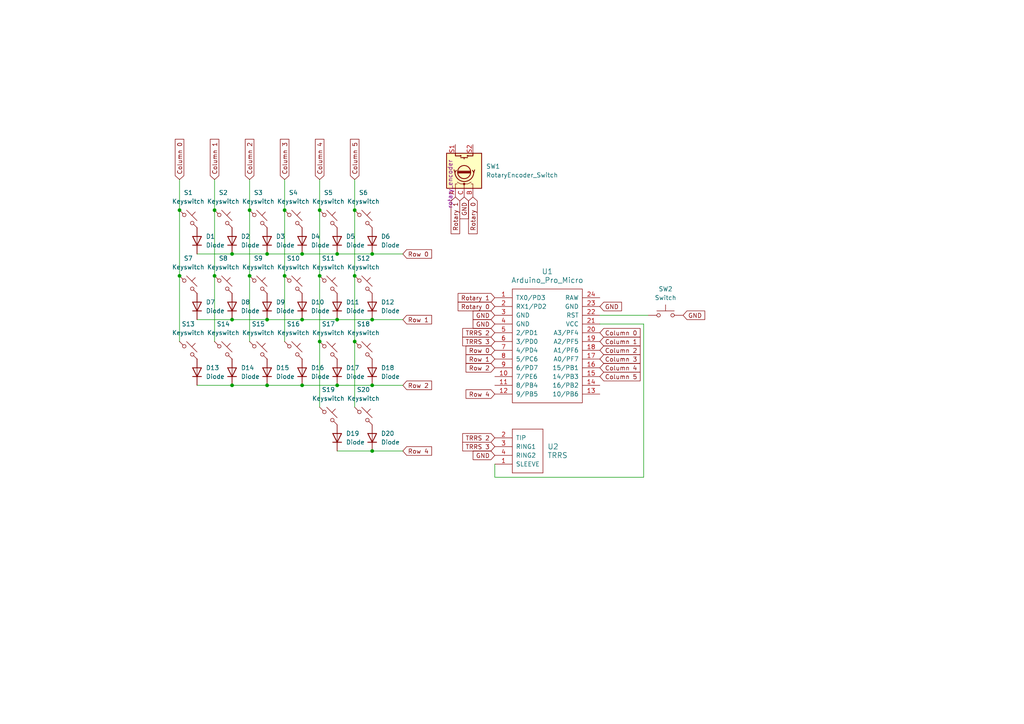
<source format=kicad_sch>
(kicad_sch (version 20250114) (generator "eeschema") (generator_version "9.0")
  (paper "A4")
  (lib_symbols
    (symbol "Device:RotaryEncoder_Switch" (pin_names (offset 0.254) (hide yes))
      (property "Reference" "SW" (at 0 6.604 0))
      (property "Value" "RotaryEncoder_Switch" (at 0 -6.604 0))
      (symbol "RotaryEncoder_Switch_0_1"
        (rectangle (start -5.08 5.08) (end 5.08 -5.08) (stroke (width 0.254)) (fill (type background)))
        (polyline (pts (xy -5.08 2.54) (xy -3.81 2.54) (xy -3.81 2.032)))
        (polyline (pts (xy -5.08 0) (xy -3.81 0) (xy -3.81 -1.016) (xy -3.302 -2.032)))
        (polyline (pts (xy -5.08 -2.54) (xy -3.81 -2.54) (xy -3.81 -2.032)))
        (polyline (pts (xy -4.318 0) (xy -3.81 0) (xy -3.81 1.016) (xy -3.302 2.032)))
        (circle (center -3.81 0) (radius 0.254) (fill (type outline)))
        (polyline (pts (xy -0.635 -1.778) (xy -0.635 1.778)) (stroke (width 0.254)))
        (circle (center -0.381 0) (radius 1.905) (stroke (width 0.254)))
        (polyline (pts (xy -0.381 -1.778) (xy -0.381 1.778)) (stroke (width 0.254)))
        (arc (start -0.381 -2.794) (mid -3.0988 -0.0635) (end -0.381 2.667) (stroke (width 0.254)))
        (polyline (pts (xy -0.127 1.778) (xy -0.127 -1.778)) (stroke (width 0.254)))
        (polyline (pts (xy 0.254 2.921) (xy -0.508 2.667) (xy 0.127 2.286)) (stroke (width 0.254)))
        (polyline (pts (xy 0.254 -3.048) (xy -0.508 -2.794) (xy 0.127 -2.413)) (stroke (width 0.254)))
        (polyline (pts (xy 3.81 1.016) (xy 3.81 -1.016)) (stroke (width 0.254)))
        (polyline (pts (xy 3.81 0) (xy 3.429 0)) (stroke (width 0.254)))
        (circle (center 4.318 1.016) (radius 0.127) (stroke (width 0.254)))
        (circle (center 4.318 -1.016) (radius 0.127) (stroke (width 0.254)))
        (polyline (pts (xy 5.08 2.54) (xy 4.318 2.54) (xy 4.318 1.016)) (stroke (width 0.254)))
        (polyline (pts (xy 5.08 -2.54) (xy 4.318 -2.54) (xy 4.318 -1.016)) (stroke (width 0.254)))
      )
      (symbol "RotaryEncoder_Switch_1_1"
        (pin passive line (at -7.62 2.54 0) (length 2.54) (name "A") (number "A"))
        (pin passive line (at -7.62 0 0) (length 2.54) (name "C") (number "C"))
        (pin passive line (at -7.62 -2.54 0) (length 2.54) (name "B") (number "B"))
        (pin passive line (at 7.62 2.54 180) (length 2.54) (name "S1") (number "S1"))
        (pin passive line (at 7.62 -2.54 180) (length 2.54) (name "S2") (number "S2"))
      )
    )
    (symbol "SCOTTOKEEBS_KICAD:MCU_Arduino_Pro_Micro" (pin_names (offset 1.016))
      (property "Reference" "U" (at 0 0 0))
      (property "Value" "Arduino_Pro_Micro" (at 0 -19.05 0))
      (symbol "MCU_Arduino_Pro_Micro_0_1"
        (rectangle (start -10.16 16.51) (end 10.16 -16.51))
      )
      (symbol "MCU_Arduino_Pro_Micro_1_1"
        (pin input line (at -15.24 13.97 0) (length 5.08) (name "TX0/PD3") (number "1"))
        (pin input line (at -15.24 11.43 0) (length 5.08) (name "RX1/PD2") (number "2"))
        (pin input line (at -15.24 8.89 0) (length 5.08) (name "GND") (number "3"))
        (pin input line (at -15.24 6.35 0) (length 5.08) (name "GND") (number "4"))
        (pin input line (at -15.24 3.81 0) (length 5.08) (name "2/PD1") (number "5"))
        (pin input line (at -15.24 1.27 0) (length 5.08) (name "3/PD0") (number "6"))
        (pin input line (at -15.24 -1.27 0) (length 5.08) (name "4/PD4") (number "7"))
        (pin input line (at -15.24 -3.81 0) (length 5.08) (name "5/PC6") (number "8"))
        (pin input line (at -15.24 -6.35 0) (length 5.08) (name "6/PD7") (number "9"))
        (pin input line (at -15.24 -8.89 0) (length 5.08) (name "7/PE6") (number "10"))
        (pin input line (at -15.24 -11.43 0) (length 5.08) (name "8/PB4") (number "11"))
        (pin input line (at -15.24 -13.97 0) (length 5.08) (name "9/PB5") (number "12"))
        (pin input line (at 15.24 13.97 180) (length 5.08) (name "RAW") (number "24"))
        (pin input line (at 15.24 11.43 180) (length 5.08) (name "GND") (number "23"))
        (pin input line (at 15.24 8.89 180) (length 5.08) (name "RST") (number "22"))
        (pin input line (at 15.24 6.35 180) (length 5.08) (name "VCC") (number "21"))
        (pin input line (at 15.24 3.81 180) (length 5.08) (name "A3/PF4") (number "20"))
        (pin input line (at 15.24 1.27 180) (length 5.08) (name "A2/PF5") (number "19"))
        (pin input line (at 15.24 -1.27 180) (length 5.08) (name "A1/PF6") (number "18"))
        (pin input line (at 15.24 -3.81 180) (length 5.08) (name "A0/PF7") (number "17"))
        (pin input line (at 15.24 -6.35 180) (length 5.08) (name "15/PB1") (number "16"))
        (pin input line (at 15.24 -8.89 180) (length 5.08) (name "14/PB3") (number "15"))
        (pin input line (at 15.24 -11.43 180) (length 5.08) (name "16/PB2") (number "14"))
        (pin input line (at 15.24 -13.97 180) (length 5.08) (name "10/PB6") (number "13"))
      )
    )
    (symbol "SCOTTOKEEBS_KICAD:Placeholder_Diode" (pin_numbers (hide yes)) (pin_names (hide yes))
      (property "Reference" "D" (at 0 2.54 0))
      (property "Value" "Diode" (at 0 -2.54 0))
      (symbol "Placeholder_Diode_0_1"
        (polyline (pts (xy -1.27 1.27) (xy -1.27 -1.27)) (stroke (width 0.254)))
        (polyline (pts (xy 1.27 1.27) (xy 1.27 -1.27) (xy -1.27 0) (xy 1.27 1.27)) (stroke (width 0.254)))
        (polyline (pts (xy 1.27 0) (xy -1.27 0)))
      )
      (symbol "Placeholder_Diode_1_1"
        (pin passive line (at -3.81 0 0) (length 2.54) (name "K") (number "1"))
        (pin passive line (at 3.81 0 180) (length 2.54) (name "A") (number "2"))
      )
    )
    (symbol "SCOTTOKEEBS_KICAD:Placeholder_Keyswitch" (pin_numbers (hide yes)) (pin_names (offset 1.016) (hide yes))
      (property "Reference" "S" (at 3.048 1.016 0))
      (property "Value" "Keyswitch" (at 0 -3.81 0))
      (symbol "Placeholder_Keyswitch_0_1"
        (polyline (pts (xy -2.54 2.54) (xy -1.524 1.524) (xy -1.524 1.524)))
        (circle (center -1.1684 1.1684) (radius 0.508))
        (polyline (pts (xy -0.508 2.54) (xy 2.54 -0.508)))
        (polyline (pts (xy 1.016 1.016) (xy 2.032 2.032)))
        (circle (center 1.143 -1.1938) (radius 0.508))
        (polyline (pts (xy 1.524 -1.524) (xy 2.54 -2.54) (xy 2.54 -2.54) (xy 2.54 -2.54)))
        (pin passive line (at -2.54 2.54 0) (length 0) (name "1") (number "1"))
        (pin passive line (at 2.54 -2.54 180) (length 0) (name "2") (number "2"))
      )
    )
    (symbol "SCOTTOKEEBS_KICAD:Placeholder_Switch" (pin_numbers (hide yes)) (pin_names (offset 1.016) (hide yes))
      (property "Reference" "SW" (at 1.27 2.54 0))
      (property "Value" "Switch" (at 0 -1.524 0))
      (symbol "Placeholder_Switch_0_1"
        (circle (center -2.032 0) (radius 0.508))
        (polyline (pts (xy 0 1.27) (xy 0 3.048)))
        (circle (center 2.032 0) (radius 0.508))
        (polyline (pts (xy 2.54 1.27) (xy -2.54 1.27)))
        (pin passive line (at -5.08 0 0) (length 2.54) (name "1") (number "1"))
        (pin passive line (at 5.08 0 180) (length 2.54) (name "2") (number "2"))
      )
    )
    (symbol "SCOTTOKEEBS_KICAD:Placeholder_TRRS" (pin_names (offset 1.016))
      (property "Reference" "U" (at 0 15.24 0))
      (property "Value" "TRRS" (at 0 -2.54 0))
      (symbol "Placeholder_TRRS_0_1"
        (rectangle (start -3.81 12.7) (end 5.08 12.7))
        (rectangle (start -3.81 0) (end -3.81 12.7))
        (rectangle (start -3.81 0) (end 5.08 0))
        (rectangle (start 5.08 12.7) (end 5.08 0))
      )
      (symbol "Placeholder_TRRS_1_1"
        (pin input line (at -8.89 10.16 0) (length 5.08) (name "TIP") (number "2"))
        (pin input line (at -8.89 7.62 0) (length 5.08) (name "RING1") (number "3"))
        (pin input line (at -8.89 5.08 0) (length 5.08) (name "RING2") (number "4"))
        (pin input line (at -8.89 2.54 0) (length 5.08) (name "SLEEVE") (number "1"))
      )
    )
  )
  (junction (at 77.47 92.71))
  (junction (at 97.79 111.76))
  (junction (at 52.07 80.01))
  (junction (at 97.79 73.66))
  (junction (at 77.47 111.76))
  (junction (at 92.71 60.96))
  (junction (at 67.31 111.76))
  (junction (at 107.95 111.76))
  (junction (at 82.55 60.96))
  (junction (at 82.55 80.01))
  (junction (at 62.23 60.96))
  (junction (at 107.95 92.71))
  (junction (at 77.47 73.66))
  (junction (at 87.63 111.76))
  (junction (at 72.39 80.01))
  (junction (at 107.95 73.66))
  (junction (at 92.71 80.01))
  (junction (at 52.07 60.96))
  (junction (at 62.23 80.01))
  (junction (at 107.95 130.81))
  (junction (at 67.31 92.71))
  (junction (at 87.63 73.66))
  (junction (at 102.87 60.96))
  (junction (at 102.87 80.01))
  (junction (at 87.63 92.71))
  (junction (at 67.31 73.66))
  (junction (at 97.79 92.71))
  (junction (at 92.71 99.06))
  (junction (at 102.87 99.06))
  (junction (at 72.39 60.96))
  (wire (pts (xy 82.55 60.96) (xy 82.55 80.01)))
  (wire (pts (xy 102.87 99.06) (xy 102.87 118.11)))
  (wire (pts (xy 87.63 92.71) (xy 97.79 92.71)))
  (wire (pts (xy 107.95 130.81) (xy 116.84 130.81)))
  (wire (pts (xy 107.95 73.66) (xy 116.84 73.66)))
  (wire (pts (xy 173.99 91.44) (xy 187.96 91.44)))
  (wire (pts (xy 102.87 80.01) (xy 102.87 99.06)))
  (wire (pts (xy 92.71 80.01) (xy 92.71 99.06)))
  (wire (pts (xy 67.31 92.71) (xy 77.47 92.71)))
  (wire (pts (xy 186.69 138.43) (xy 186.69 93.98)))
  (wire (pts (xy 102.87 52.07) (xy 102.87 60.96)))
  (wire (pts (xy 57.15 111.76) (xy 67.31 111.76)))
  (wire (pts (xy 52.07 52.07) (xy 52.07 60.96)))
  (wire (pts (xy 92.71 60.96) (xy 92.71 80.01)))
  (wire (pts (xy 57.15 92.71) (xy 67.31 92.71)))
  (wire (pts (xy 82.55 52.07) (xy 82.55 60.96)))
  (wire (pts (xy 186.69 93.98) (xy 173.99 93.98)))
  (wire (pts (xy 102.87 60.96) (xy 102.87 80.01)))
  (wire (pts (xy 77.47 111.76) (xy 87.63 111.76)))
  (wire (pts (xy 67.31 111.76) (xy 77.47 111.76)))
  (wire (pts (xy 87.63 111.76) (xy 97.79 111.76)))
  (wire (pts (xy 107.95 92.71) (xy 116.84 92.71)))
  (wire (pts (xy 72.39 80.01) (xy 72.39 99.06)))
  (wire (pts (xy 107.95 111.76) (xy 116.84 111.76)))
  (wire (pts (xy 97.79 92.71) (xy 107.95 92.71)))
  (wire (pts (xy 67.31 73.66) (xy 77.47 73.66)))
  (wire (pts (xy 82.55 80.01) (xy 82.55 99.06)))
  (wire (pts (xy 77.47 73.66) (xy 87.63 73.66)))
  (wire (pts (xy 62.23 60.96) (xy 62.23 80.01)))
  (wire (pts (xy 143.51 138.43) (xy 186.69 138.43)))
  (wire (pts (xy 97.79 130.81) (xy 107.95 130.81)))
  (wire (pts (xy 62.23 52.07) (xy 62.23 60.96)))
  (wire (pts (xy 97.79 111.76) (xy 107.95 111.76)))
  (wire (pts (xy 92.71 52.07) (xy 92.71 60.96)))
  (wire (pts (xy 62.23 80.01) (xy 62.23 99.06)))
  (wire (pts (xy 52.07 60.96) (xy 52.07 80.01)))
  (wire (pts (xy 72.39 52.07) (xy 72.39 60.96)))
  (wire (pts (xy 97.79 73.66) (xy 107.95 73.66)))
  (wire (pts (xy 143.51 134.62) (xy 143.51 138.43)))
  (wire (pts (xy 87.63 73.66) (xy 97.79 73.66)))
  (wire (pts (xy 77.47 92.71) (xy 87.63 92.71)))
  (wire (pts (xy 92.71 99.06) (xy 92.71 118.11)))
  (wire (pts (xy 52.07 80.01) (xy 52.07 99.06)))
  (wire (pts (xy 72.39 60.96) (xy 72.39 80.01)))
  (wire (pts (xy 57.15 73.66) (xy 67.31 73.66)))
  (global_label "Row 1" (shape input) (at 116.84 92.71 0) (property "Intersheetrefs" "${INTERSHEET_REFS}" (effects (hide yes))))
  (global_label "Column 2" (shape input) (at 72.39 52.07 90) (property "Intersheetrefs" "${INTERSHEET_REFS}" (effects (hide yes))))
  (global_label "Column 0" (shape input) (at 52.07 52.07 90) (property "Intersheetrefs" "${INTERSHEET_REFS}" (effects (hide yes))))
  (global_label "Column 0" (shape input) (at 173.99 96.52 0) (property "Intersheetrefs" "${INTERSHEET_REFS}" (effects (hide yes))))
  (global_label "Row 4" (shape input) (at 143.51 114.3 180) (property "Intersheetrefs" "${INTERSHEET_REFS}" (effects (hide yes))))
  (global_label "Rotary 1" (shape input) (at 143.51 86.36 180) (property "Intersheetrefs" "${INTERSHEET_REFS}" (effects (hide yes))))
  (global_label "TRRS 2" (shape input) (at 143.51 96.52 180) (property "Intersheetrefs" "${INTERSHEET_REFS}" (effects (hide yes))))
  (global_label "Column 3" (shape input) (at 82.55 52.07 90) (property "Intersheetrefs" "${INTERSHEET_REFS}" (effects (hide yes))))
  (global_label "GND" (shape input) (at 134.62 57.15 270) (property "Intersheetrefs" "${INTERSHEET_REFS}" (effects (hide yes))))
  (global_label "Column 5" (shape input) (at 173.99 109.22 0) (property "Intersheetrefs" "${INTERSHEET_REFS}" (effects (hide yes))))
  (global_label "Rotary 0" (shape input) (at 143.51 88.9 180) (property "Intersheetrefs" "${INTERSHEET_REFS}" (effects (hide yes))))
  (global_label "GND" (shape input) (at 143.51 93.98 180) (property "Intersheetrefs" "${INTERSHEET_REFS}" (effects (hide yes))))
  (global_label "Column 4" (shape input) (at 92.71 52.07 90) (property "Intersheetrefs" "${INTERSHEET_REFS}" (effects (hide yes))))
  (global_label "Rotary 1" (shape input) (at 132.08 57.15 270) (property "Intersheetrefs" "${INTERSHEET_REFS}" (effects (hide yes))))
  (global_label "Row 0" (shape input) (at 116.84 73.66 0) (property "Intersheetrefs" "${INTERSHEET_REFS}" (effects (hide yes))))
  (global_label "Column 1" (shape input) (at 173.99 99.06 0) (property "Intersheetrefs" "${INTERSHEET_REFS}" (effects (hide yes))))
  (global_label "TRRS 2" (shape input) (at 143.51 127 180) (property "Intersheetrefs" "${INTERSHEET_REFS}" (effects (hide yes))))
  (global_label "GND" (shape input) (at 173.99 88.9 0) (property "Intersheetrefs" "${INTERSHEET_REFS}" (effects (hide yes))))
  (global_label "TRRS 3" (shape input) (at 143.51 99.06 180) (property "Intersheetrefs" "${INTERSHEET_REFS}" (effects (hide yes))))
  (global_label "GND" (shape input) (at 143.51 91.44 180) (property "Intersheetrefs" "${INTERSHEET_REFS}" (effects (hide yes))))
  (global_label "Row 4" (shape input) (at 116.84 130.81 0) (property "Intersheetrefs" "${INTERSHEET_REFS}" (effects (hide yes))))
  (global_label "Row 0" (shape input) (at 143.51 101.6 180) (property "Intersheetrefs" "${INTERSHEET_REFS}" (effects (hide yes))))
  (global_label "Row 2" (shape input) (at 116.84 111.76 0) (property "Intersheetrefs" "${INTERSHEET_REFS}" (effects (hide yes))))
  (global_label "Column 1" (shape input) (at 62.23 52.07 90) (property "Intersheetrefs" "${INTERSHEET_REFS}" (effects (hide yes))))
  (global_label "Rotary 0" (shape input) (at 137.16 57.15 270) (property "Intersheetrefs" "${INTERSHEET_REFS}" (effects (hide yes))))
  (global_label "Row 1" (shape input) (at 143.51 104.14 180) (property "Intersheetrefs" "${INTERSHEET_REFS}" (effects (hide yes))))
  (global_label "Row 2" (shape input) (at 143.51 106.68 180) (property "Intersheetrefs" "${INTERSHEET_REFS}" (effects (hide yes))))
  (global_label "GND" (shape input) (at 198.12 91.44 0) (property "Intersheetrefs" "${INTERSHEET_REFS}" (effects (hide yes))))
  (global_label "TRRS 3" (shape input) (at 143.51 129.54 180) (property "Intersheetrefs" "${INTERSHEET_REFS}" (effects (hide yes))))
  (global_label "Column 4" (shape input) (at 173.99 106.68 0) (property "Intersheetrefs" "${INTERSHEET_REFS}" (effects (hide yes))))
  (global_label "GND" (shape input) (at 143.51 132.08 180) (property "Intersheetrefs" "${INTERSHEET_REFS}" (effects (hide yes))))
  (global_label "Column 2" (shape input) (at 173.99 101.6 0) (property "Intersheetrefs" "${INTERSHEET_REFS}" (effects (hide yes))))
  (global_label "Column 5" (shape input) (at 102.87 52.07 90) (property "Intersheetrefs" "${INTERSHEET_REFS}" (effects (hide yes))))
  (global_label "Column 3" (shape input) (at 173.99 104.14 0) (property "Intersheetrefs" "${INTERSHEET_REFS}" (effects (hide yes))))
  (symbol (lib_id "SCOTTOKEEBS_KICAD:Placeholder_Keyswitch") (at 85.09 101.6 0) (unit 1)
    (property "Reference" "S16" (at 85.09 93.98 0))
    (property "Value" "Keyswitch" (at 85.09 96.52 0))
    (property "Description" "Push button switch, normally open, two pins, 45° tilted" (effects (hide yes)))
  )
  (symbol (lib_id "SCOTTOKEEBS_KICAD:Placeholder_TRRS") (at 152.4 137.16 0) (unit 1)
    (property "Reference" "U2" (at 158.75 129.5399 0) (effects (font (size 1.524 1.524)) (justify left)))
    (property "Value" "TRRS" (at 158.75 132.0799 0) (effects (font (size 1.524 1.524)) (justify left)))
    (property "Footprint" "TRRS-PJ-320A-dual" (effects (hide yes)))
  )
  (symbol (lib_id "SCOTTOKEEBS_KICAD:Placeholder_Keyswitch") (at 54.61 82.55 0) (unit 1)
    (property "Reference" "S7" (at 54.61 74.93 0))
    (property "Value" "Keyswitch" (at 54.61 77.47 0))
    (property "Description" "Push button switch, normally open, two pins, 45° tilted" (effects (hide yes)))
  )
  (symbol (lib_id "SCOTTOKEEBS_KICAD:Placeholder_Keyswitch") (at 74.93 63.5 0) (unit 1)
    (property "Reference" "S3" (at 74.93 55.88 0))
    (property "Value" "Keyswitch" (at 74.93 58.42 0))
    (property "Description" "Push button switch, normally open, two pins, 45° tilted" (effects (hide yes)))
  )
  (symbol (lib_id "SCOTTOKEEBS_KICAD:Placeholder_Keyswitch") (at 95.25 82.55 0) (unit 1)
    (property "Reference" "S11" (at 95.25 74.93 0))
    (property "Value" "Keyswitch" (at 95.25 77.47 0))
    (property "Description" "Push button switch, normally open, two pins, 45° tilted" (effects (hide yes)))
  )
  (symbol (lib_id "SCOTTOKEEBS_KICAD:Placeholder_Keyswitch") (at 54.61 101.6 0) (unit 1)
    (property "Reference" "S13" (at 54.61 93.98 0))
    (property "Value" "Keyswitch" (at 54.61 96.52 0))
    (property "Description" "Push button switch, normally open, two pins, 45° tilted" (effects (hide yes)))
  )
  (symbol (lib_id "SCOTTOKEEBS_KICAD:Placeholder_Diode") (at 67.31 107.95 90) (unit 1)
    (property "Reference" "D14" (at 69.85 106.6799 90) (effects (justify right)))
    (property "Value" "Diode" (at 69.85 109.2199 90) (effects (justify right)))
    (property "Description" "1N4148 (DO-35) or 1N4148W (SOD-123)" (effects (hide yes)))
    (property "Sim.Device" "D" (effects (hide yes)))
    (property "Sim.Pins" "1=K 2=A" (effects (hide yes)))
  )
  (symbol (lib_id "SCOTTOKEEBS_KICAD:Placeholder_Keyswitch") (at 105.41 120.65 0) (unit 1)
    (property "Reference" "S20" (at 105.41 113.03 0))
    (property "Value" "Keyswitch" (at 105.41 115.57 0))
    (property "Description" "Push button switch, normally open, two pins, 45° tilted" (effects (hide yes)))
  )
  (symbol (lib_id "SCOTTOKEEBS_KICAD:Placeholder_Diode") (at 77.47 69.85 90) (unit 1)
    (property "Reference" "D3" (at 80.01 68.5799 90) (effects (justify right)))
    (property "Value" "Diode" (at 80.01 71.1199 90) (effects (justify right)))
    (property "Description" "1N4148 (DO-35) or 1N4148W (SOD-123)" (effects (hide yes)))
    (property "Sim.Device" "D" (effects (hide yes)))
    (property "Sim.Pins" "1=K 2=A" (effects (hide yes)))
  )
  (symbol (lib_id "SCOTTOKEEBS_KICAD:Placeholder_Diode") (at 107.95 88.9 90) (unit 1)
    (property "Reference" "D12" (at 110.49 87.6299 90) (effects (justify right)))
    (property "Value" "Diode" (at 110.49 90.1699 90) (effects (justify right)))
    (property "Description" "1N4148 (DO-35) or 1N4148W (SOD-123)" (effects (hide yes)))
    (property "Sim.Device" "D" (effects (hide yes)))
    (property "Sim.Pins" "1=K 2=A" (effects (hide yes)))
  )
  (symbol (lib_id "SCOTTOKEEBS_KICAD:Placeholder_Keyswitch") (at 95.25 120.65 0) (unit 1)
    (property "Reference" "S19" (at 95.25 113.03 0))
    (property "Value" "Keyswitch" (at 95.25 115.57 0))
    (property "Description" "Push button switch, normally open, two pins, 45° tilted" (effects (hide yes)))
  )
  (symbol (lib_id "SCOTTOKEEBS_KICAD:Placeholder_Keyswitch") (at 54.61 63.5 0) (unit 1)
    (property "Reference" "S1" (at 54.61 55.88 0))
    (property "Value" "Keyswitch" (at 54.61 58.42 0))
    (property "Description" "Push button switch, normally open, two pins, 45° tilted" (effects (hide yes)))
  )
  (symbol (lib_id "SCOTTOKEEBS_KICAD:Placeholder_Diode") (at 87.63 88.9 90) (unit 1)
    (property "Reference" "D10" (at 90.17 87.6299 90) (effects (justify right)))
    (property "Value" "Diode" (at 90.17 90.1699 90) (effects (justify right)))
    (property "Description" "1N4148 (DO-35) or 1N4148W (SOD-123)" (effects (hide yes)))
    (property "Sim.Device" "D" (effects (hide yes)))
    (property "Sim.Pins" "1=K 2=A" (effects (hide yes)))
  )
  (symbol (lib_id "SCOTTOKEEBS_KICAD:Placeholder_Diode") (at 97.79 107.95 90) (unit 1)
    (property "Reference" "D17" (at 100.33 106.6799 90) (effects (justify right)))
    (property "Value" "Diode" (at 100.33 109.2199 90) (effects (justify right)))
    (property "Description" "1N4148 (DO-35) or 1N4148W (SOD-123)" (effects (hide yes)))
    (property "Sim.Device" "D" (effects (hide yes)))
    (property "Sim.Pins" "1=K 2=A" (effects (hide yes)))
  )
  (symbol (lib_id "SCOTTOKEEBS_KICAD:Placeholder_Keyswitch") (at 105.41 82.55 0) (unit 1)
    (property "Reference" "S12" (at 105.41 74.93 0))
    (property "Value" "Keyswitch" (at 105.41 77.47 0))
    (property "Description" "Push button switch, normally open, two pins, 45° tilted" (effects (hide yes)))
  )
  (symbol (lib_id "SCOTTOKEEBS_KICAD:Placeholder_Diode") (at 67.31 69.85 90) (unit 1)
    (property "Reference" "D2" (at 69.85 68.5799 90) (effects (justify right)))
    (property "Value" "Diode" (at 69.85 71.1199 90) (effects (justify right)))
    (property "Description" "1N4148 (DO-35) or 1N4148W (SOD-123)" (effects (hide yes)))
    (property "Sim.Device" "D" (effects (hide yes)))
    (property "Sim.Pins" "1=K 2=A" (effects (hide yes)))
  )
  (symbol (lib_id "SCOTTOKEEBS_KICAD:Placeholder_Diode") (at 87.63 107.95 90) (unit 1)
    (property "Reference" "D16" (at 90.17 106.6799 90) (effects (justify right)))
    (property "Value" "Diode" (at 90.17 109.2199 90) (effects (justify right)))
    (property "Description" "1N4148 (DO-35) or 1N4148W (SOD-123)" (effects (hide yes)))
    (property "Sim.Device" "D" (effects (hide yes)))
    (property "Sim.Pins" "1=K 2=A" (effects (hide yes)))
  )
  (symbol (lib_id "SCOTTOKEEBS_KICAD:Placeholder_Diode") (at 87.63 69.85 90) (unit 1)
    (property "Reference" "D4" (at 90.17 68.5799 90) (effects (justify right)))
    (property "Value" "Diode" (at 90.17 71.1199 90) (effects (justify right)))
    (property "Description" "1N4148 (DO-35) or 1N4148W (SOD-123)" (effects (hide yes)))
    (property "Sim.Device" "D" (effects (hide yes)))
    (property "Sim.Pins" "1=K 2=A" (effects (hide yes)))
  )
  (symbol (lib_id "SCOTTOKEEBS_KICAD:Placeholder_Keyswitch") (at 64.77 82.55 0) (unit 1)
    (property "Reference" "S8" (at 64.77 74.93 0))
    (property "Value" "Keyswitch" (at 64.77 77.47 0))
    (property "Description" "Push button switch, normally open, two pins, 45° tilted" (effects (hide yes)))
  )
  (symbol (lib_id "SCOTTOKEEBS_KICAD:MCU_Arduino_Pro_Micro") (at 158.75 100.33 0) (unit 1)
    (property "Reference" "U1" (at 158.75 78.74 0) (effects (font (size 1.524 1.524))))
    (property "Value" "Arduino_Pro_Micro" (at 158.75 81.28 0) (effects (font (size 1.524 1.524))))
    (property "Footprint" "ProMicro" (effects (hide yes)))
  )
  (symbol (lib_id "SCOTTOKEEBS_KICAD:Placeholder_Diode") (at 77.47 107.95 90) (unit 1)
    (property "Reference" "D15" (at 80.01 106.6799 90) (effects (justify right)))
    (property "Value" "Diode" (at 80.01 109.2199 90) (effects (justify right)))
    (property "Description" "1N4148 (DO-35) or 1N4148W (SOD-123)" (effects (hide yes)))
    (property "Sim.Device" "D" (effects (hide yes)))
    (property "Sim.Pins" "1=K 2=A" (effects (hide yes)))
  )
  (symbol (lib_id "SCOTTOKEEBS_KICAD:Placeholder_Keyswitch") (at 95.25 101.6 0) (unit 1)
    (property "Reference" "S17" (at 95.25 93.98 0))
    (property "Value" "Keyswitch" (at 95.25 96.52 0))
    (property "Description" "Push button switch, normally open, two pins, 45° tilted" (effects (hide yes)))
  )
  (symbol (lib_id "Device:RotaryEncoder_Switch") (at 134.62 49.53 90) (unit 1)
    (property "Reference" "SW1" (at 140.97 48.2599 90) (effects (justify right)))
    (property "Value" "RotaryEncoder_Switch" (at 140.97 50.7999 90) (effects (justify right)))
    (property "Footprint" "rotary_encoder" (at 130.556 53.34 0))
    (property "Description" "Rotary encoder, dual channel, incremental quadrate outputs, with switch" (effects (hide yes)))
  )
  (symbol (lib_id "SCOTTOKEEBS_KICAD:Placeholder_Keyswitch") (at 85.09 82.55 0) (unit 1)
    (property "Reference" "S10" (at 85.09 74.93 0))
    (property "Value" "Keyswitch" (at 85.09 77.47 0))
    (property "Description" "Push button switch, normally open, two pins, 45° tilted" (effects (hide yes)))
  )
  (symbol (lib_id "SCOTTOKEEBS_KICAD:Placeholder_Keyswitch") (at 105.41 101.6 0) (unit 1)
    (property "Reference" "S18" (at 105.41 93.98 0))
    (property "Value" "Keyswitch" (at 105.41 96.52 0))
    (property "Description" "Push button switch, normally open, two pins, 45° tilted" (effects (hide yes)))
  )
  (symbol (lib_id "SCOTTOKEEBS_KICAD:Placeholder_Keyswitch") (at 85.09 63.5 0) (unit 1)
    (property "Reference" "S4" (at 85.09 55.88 0))
    (property "Value" "Keyswitch" (at 85.09 58.42 0))
    (property "Description" "Push button switch, normally open, two pins, 45° tilted" (effects (hide yes)))
  )
  (symbol (lib_id "SCOTTOKEEBS_KICAD:Placeholder_Keyswitch") (at 105.41 63.5 0) (unit 1)
    (property "Reference" "S6" (at 105.41 55.88 0))
    (property "Value" "Keyswitch" (at 105.41 58.42 0))
    (property "Description" "Push button switch, normally open, two pins, 45° tilted" (effects (hide yes)))
  )
  (symbol (lib_id "SCOTTOKEEBS_KICAD:Placeholder_Switch") (at 193.04 91.44 0) (unit 1)
    (property "Reference" "SW2" (at 193.04 83.82 0))
    (property "Value" "Switch" (at 193.04 86.36 0))
    (property "Description" "Push button switch, generic, two pins" (effects (hide yes)))
  )
  (symbol (lib_id "SCOTTOKEEBS_KICAD:Placeholder_Keyswitch") (at 64.77 101.6 0) (unit 1)
    (property "Reference" "S14" (at 64.77 93.98 0))
    (property "Value" "Keyswitch" (at 64.77 96.52 0))
    (property "Description" "Push button switch, normally open, two pins, 45° tilted" (effects (hide yes)))
  )
  (symbol (lib_id "SCOTTOKEEBS_KICAD:Placeholder_Diode") (at 57.15 107.95 90) (unit 1)
    (property "Reference" "D13" (at 59.69 106.6799 90) (effects (justify right)))
    (property "Value" "Diode" (at 59.69 109.2199 90) (effects (justify right)))
    (property "Description" "1N4148 (DO-35) or 1N4148W (SOD-123)" (effects (hide yes)))
    (property "Sim.Device" "D" (effects (hide yes)))
    (property "Sim.Pins" "1=K 2=A" (effects (hide yes)))
  )
  (symbol (lib_id "SCOTTOKEEBS_KICAD:Placeholder_Diode") (at 107.95 69.85 90) (unit 1)
    (property "Reference" "D6" (at 110.49 68.5799 90) (effects (justify right)))
    (property "Value" "Diode" (at 110.49 71.1199 90) (effects (justify right)))
    (property "Description" "1N4148 (DO-35) or 1N4148W (SOD-123)" (effects (hide yes)))
    (property "Sim.Device" "D" (effects (hide yes)))
    (property "Sim.Pins" "1=K 2=A" (effects (hide yes)))
  )
  (symbol (lib_id "SCOTTOKEEBS_KICAD:Placeholder_Diode") (at 107.95 107.95 90) (unit 1)
    (property "Reference" "D18" (at 110.49 106.6799 90) (effects (justify right)))
    (property "Value" "Diode" (at 110.49 109.2199 90) (effects (justify right)))
    (property "Description" "1N4148 (DO-35) or 1N4148W (SOD-123)" (effects (hide yes)))
    (property "Sim.Device" "D" (effects (hide yes)))
    (property "Sim.Pins" "1=K 2=A" (effects (hide yes)))
  )
  (symbol (lib_id "SCOTTOKEEBS_KICAD:Placeholder_Diode") (at 97.79 88.9 90) (unit 1)
    (property "Reference" "D11" (at 100.33 87.6299 90) (effects (justify right)))
    (property "Value" "Diode" (at 100.33 90.1699 90) (effects (justify right)))
    (property "Description" "1N4148 (DO-35) or 1N4148W (SOD-123)" (effects (hide yes)))
    (property "Sim.Device" "D" (effects (hide yes)))
    (property "Sim.Pins" "1=K 2=A" (effects (hide yes)))
  )
  (symbol (lib_id "SCOTTOKEEBS_KICAD:Placeholder_Diode") (at 67.31 88.9 90) (unit 1)
    (property "Reference" "D8" (at 69.85 87.6299 90) (effects (justify right)))
    (property "Value" "Diode" (at 69.85 90.1699 90) (effects (justify right)))
    (property "Description" "1N4148 (DO-35) or 1N4148W (SOD-123)" (effects (hide yes)))
    (property "Sim.Device" "D" (effects (hide yes)))
    (property "Sim.Pins" "1=K 2=A" (effects (hide yes)))
  )
  (symbol (lib_id "SCOTTOKEEBS_KICAD:Placeholder_Keyswitch") (at 74.93 101.6 0) (unit 1)
    (property "Reference" "S15" (at 74.93 93.98 0))
    (property "Value" "Keyswitch" (at 74.93 96.52 0))
    (property "Description" "Push button switch, normally open, two pins, 45° tilted" (effects (hide yes)))
  )
  (symbol (lib_id "SCOTTOKEEBS_KICAD:Placeholder_Diode") (at 97.79 127 90) (unit 1)
    (property "Reference" "D19" (at 100.33 125.7299 90) (effects (justify right)))
    (property "Value" "Diode" (at 100.33 128.2699 90) (effects (justify right)))
    (property "Description" "1N4148 (DO-35) or 1N4148W (SOD-123)" (effects (hide yes)))
    (property "Sim.Device" "D" (effects (hide yes)))
    (property "Sim.Pins" "1=K 2=A" (effects (hide yes)))
  )
  (symbol (lib_id "SCOTTOKEEBS_KICAD:Placeholder_Diode") (at 57.15 69.85 90) (unit 1)
    (property "Reference" "D1" (at 59.69 68.5799 90) (effects (justify right)))
    (property "Value" "Diode" (at 59.69 71.1199 90) (effects (justify right)))
    (property "Description" "1N4148 (DO-35) or 1N4148W (SOD-123)" (effects (hide yes)))
    (property "Sim.Device" "D" (effects (hide yes)))
    (property "Sim.Pins" "1=K 2=A" (effects (hide yes)))
  )
  (symbol (lib_id "SCOTTOKEEBS_KICAD:Placeholder_Keyswitch") (at 64.77 63.5 0) (unit 1)
    (property "Reference" "S2" (at 64.77 55.88 0))
    (property "Value" "Keyswitch" (at 64.77 58.42 0))
    (property "Description" "Push button switch, normally open, two pins, 45° tilted" (effects (hide yes)))
  )
  (symbol (lib_id "SCOTTOKEEBS_KICAD:Placeholder_Diode") (at 57.15 88.9 90) (unit 1)
    (property "Reference" "D7" (at 59.69 87.6299 90) (effects (justify right)))
    (property "Value" "Diode" (at 59.69 90.1699 90) (effects (justify right)))
    (property "Description" "1N4148 (DO-35) or 1N4148W (SOD-123)" (effects (hide yes)))
    (property "Sim.Device" "D" (effects (hide yes)))
    (property "Sim.Pins" "1=K 2=A" (effects (hide yes)))
  )
  (symbol (lib_id "SCOTTOKEEBS_KICAD:Placeholder_Diode") (at 77.47 88.9 90) (unit 1)
    (property "Reference" "D9" (at 80.01 87.6299 90) (effects (justify right)))
    (property "Value" "Diode" (at 80.01 90.1699 90) (effects (justify right)))
    (property "Description" "1N4148 (DO-35) or 1N4148W (SOD-123)" (effects (hide yes)))
    (property "Sim.Device" "D" (effects (hide yes)))
    (property "Sim.Pins" "1=K 2=A" (effects (hide yes)))
  )
  (symbol (lib_id "SCOTTOKEEBS_KICAD:Placeholder_Keyswitch") (at 74.93 82.55 0) (unit 1)
    (property "Reference" "S9" (at 74.93 74.93 0))
    (property "Value" "Keyswitch" (at 74.93 77.47 0))
    (property "Description" "Push button switch, normally open, two pins, 45° tilted" (effects (hide yes)))
  )
  (symbol (lib_id "SCOTTOKEEBS_KICAD:Placeholder_Diode") (at 107.95 127 90) (unit 1)
    (property "Reference" "D20" (at 110.49 125.7299 90) (effects (justify right)))
    (property "Value" "Diode" (at 110.49 128.2699 90) (effects (justify right)))
    (property "Description" "1N4148 (DO-35) or 1N4148W (SOD-123)" (effects (hide yes)))
    (property "Sim.Device" "D" (effects (hide yes)))
    (property "Sim.Pins" "1=K 2=A" (effects (hide yes)))
  )
  (symbol (lib_id "SCOTTOKEEBS_KICAD:Placeholder_Diode") (at 97.79 69.85 90) (unit 1)
    (property "Reference" "D5" (at 100.33 68.5799 90) (effects (justify right)))
    (property "Value" "Diode" (at 100.33 71.1199 90) (effects (justify right)))
    (property "Description" "1N4148 (DO-35) or 1N4148W (SOD-123)" (effects (hide yes)))
    (property "Sim.Device" "D" (effects (hide yes)))
    (property "Sim.Pins" "1=K 2=A" (effects (hide yes)))
  )
  (symbol (lib_id "SCOTTOKEEBS_KICAD:Placeholder_Keyswitch") (at 95.25 63.5 0) (unit 1)
    (property "Reference" "S5" (at 95.25 55.88 0))
    (property "Value" "Keyswitch" (at 95.25 58.42 0))
    (property "Description" "Push button switch, normally open, two pins, 45° tilted" (effects (hide yes)))
  )
)
</source>
